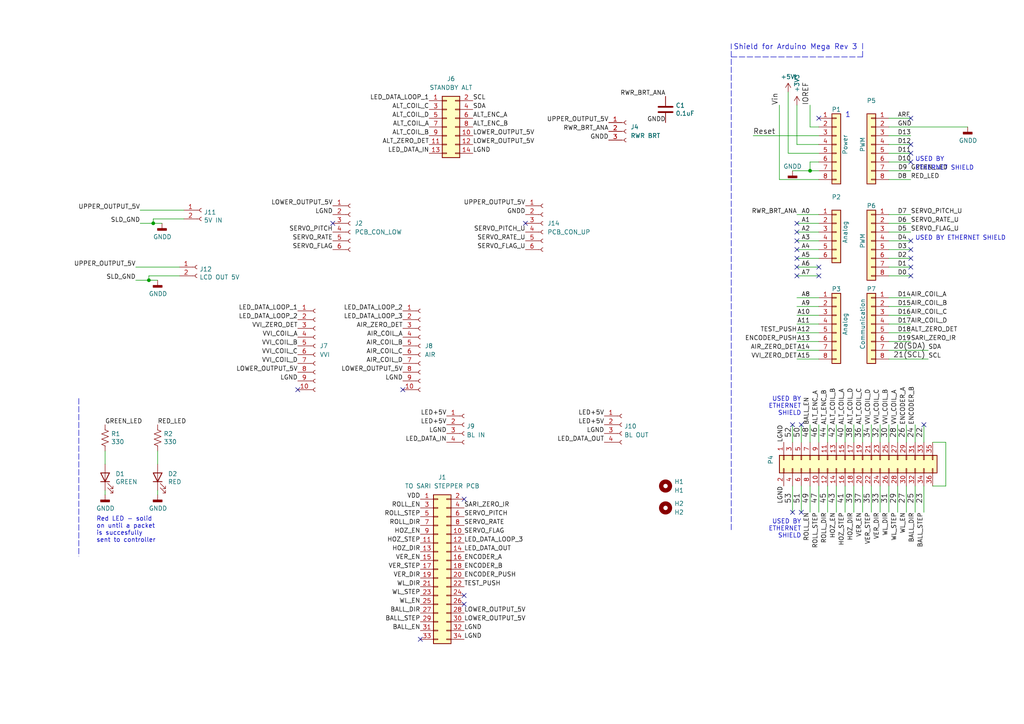
<source format=kicad_sch>
(kicad_sch (version 20211123) (generator eeschema)
  (paper "A4")
  (title_block (date "mar. 31 mars 2015"))
  (lib_symbols
    (symbol "APU Panel PCB V2:Connector_Conn_01x04_Female" (pin_names (offset 1.016) hide)
      (property "Reference" "J" (at 0 5.08 0))
      (property "Value" "Connector_Conn_01x04_Female" (at 0 -7.62 0))
      (symbol "Connector_Conn_01x04_Female_1_1"
        (arc (start 0 -4.572) (mid -0.508 -5.08) (end 0 -5.588) (stroke (width 0.1524)))
        (arc (start 0 -2.032) (mid -0.508 -2.54) (end 0 -3.048) (stroke (width 0.1524)))
        (polyline (pts (xy -1.27 -5.08) (xy -0.508 -5.08)) (stroke (width 0.1524)))
        (polyline (pts (xy -1.27 -2.54) (xy -0.508 -2.54)) (stroke (width 0.1524)))
        (polyline (pts (xy -1.27 0) (xy -0.508 0)) (stroke (width 0.1524)))
        (polyline (pts (xy -1.27 2.54) (xy -0.508 2.54)) (stroke (width 0.1524)))
        (arc (start 0 0.508) (mid -0.508 0) (end 0 -0.508) (stroke (width 0.1524)))
        (arc (start 0 3.048) (mid -0.508 2.54) (end 0 2.032) (stroke (width 0.1524)))
        (pin passive line (at -5.08 2.54 0) (length 3.81) (name "Pin_1") (number "1"))
        (pin passive line (at -5.08 0 0) (length 3.81) (name "Pin_2") (number "2"))
        (pin passive line (at -5.08 -2.54 0) (length 3.81) (name "Pin_3") (number "3"))
        (pin passive line (at -5.08 -5.08 0) (length 3.81) (name "Pin_4") (number "4"))
      )
    )
    (symbol "Connector:Conn_01x02_Female" (pin_names (offset 1.016) hide)
      (property "Reference" "J" (at 0 2.54 0))
      (property "Value" "Conn_01x02_Female" (at 0 -5.08 0))
      (symbol "Conn_01x02_Female_1_1"
        (arc (start 0 -2.032) (mid -0.508 -2.54) (end 0 -3.048) (stroke (width 0.1524)))
        (polyline (pts (xy -1.27 -2.54) (xy -0.508 -2.54)) (stroke (width 0.1524)))
        (polyline (pts (xy -1.27 0) (xy -0.508 0)) (stroke (width 0.1524)))
        (arc (start 0 0.508) (mid -0.508 0) (end 0 -0.508) (stroke (width 0.1524)))
        (pin passive line (at -5.08 0 0) (length 3.81) (name "Pin_1") (number "1"))
        (pin passive line (at -5.08 -2.54 0) (length 3.81) (name "Pin_2") (number "2"))
      )
    )
    (symbol "Connector:Conn_01x06_Female" (pin_names (offset 1.016) hide)
      (property "Reference" "J" (at 0 7.62 0))
      (property "Value" "Conn_01x06_Female" (at 0 -10.16 0))
      (symbol "Conn_01x06_Female_1_1"
        (arc (start 0 -7.112) (mid -0.508 -7.62) (end 0 -8.128) (stroke (width 0.1524)))
        (arc (start 0 -4.572) (mid -0.508 -5.08) (end 0 -5.588) (stroke (width 0.1524)))
        (arc (start 0 -2.032) (mid -0.508 -2.54) (end 0 -3.048) (stroke (width 0.1524)))
        (polyline (pts (xy -1.27 -7.62) (xy -0.508 -7.62)) (stroke (width 0.1524)))
        (polyline (pts (xy -1.27 -5.08) (xy -0.508 -5.08)) (stroke (width 0.1524)))
        (polyline (pts (xy -1.27 -2.54) (xy -0.508 -2.54)) (stroke (width 0.1524)))
        (polyline (pts (xy -1.27 0) (xy -0.508 0)) (stroke (width 0.1524)))
        (polyline (pts (xy -1.27 2.54) (xy -0.508 2.54)) (stroke (width 0.1524)))
        (polyline (pts (xy -1.27 5.08) (xy -0.508 5.08)) (stroke (width 0.1524)))
        (arc (start 0 0.508) (mid -0.508 0) (end 0 -0.508) (stroke (width 0.1524)))
        (arc (start 0 3.048) (mid -0.508 2.54) (end 0 2.032) (stroke (width 0.1524)))
        (arc (start 0 5.588) (mid -0.508 5.08) (end 0 4.572) (stroke (width 0.1524)))
        (pin passive line (at -5.08 5.08 0) (length 3.81) (name "Pin_1") (number "1"))
        (pin passive line (at -5.08 2.54 0) (length 3.81) (name "Pin_2") (number "2"))
        (pin passive line (at -5.08 0 0) (length 3.81) (name "Pin_3") (number "3"))
        (pin passive line (at -5.08 -2.54 0) (length 3.81) (name "Pin_4") (number "4"))
        (pin passive line (at -5.08 -5.08 0) (length 3.81) (name "Pin_5") (number "5"))
        (pin passive line (at -5.08 -7.62 0) (length 3.81) (name "Pin_6") (number "6"))
      )
    )
    (symbol "Connector:Conn_01x10_Female" (pin_names (offset 1.016) hide)
      (property "Reference" "J" (at 0 12.7 0))
      (property "Value" "Conn_01x10_Female" (at 0 -15.24 0))
      (symbol "Conn_01x10_Female_1_1"
        (arc (start 0 -12.192) (mid -0.508 -12.7) (end 0 -13.208) (stroke (width 0.1524)))
        (arc (start 0 -9.652) (mid -0.508 -10.16) (end 0 -10.668) (stroke (width 0.1524)))
        (arc (start 0 -7.112) (mid -0.508 -7.62) (end 0 -8.128) (stroke (width 0.1524)))
        (arc (start 0 -4.572) (mid -0.508 -5.08) (end 0 -5.588) (stroke (width 0.1524)))
        (arc (start 0 -2.032) (mid -0.508 -2.54) (end 0 -3.048) (stroke (width 0.1524)))
        (polyline (pts (xy -1.27 -12.7) (xy -0.508 -12.7)) (stroke (width 0.1524)))
        (polyline (pts (xy -1.27 -10.16) (xy -0.508 -10.16)) (stroke (width 0.1524)))
        (polyline (pts (xy -1.27 -7.62) (xy -0.508 -7.62)) (stroke (width 0.1524)))
        (polyline (pts (xy -1.27 -5.08) (xy -0.508 -5.08)) (stroke (width 0.1524)))
        (polyline (pts (xy -1.27 -2.54) (xy -0.508 -2.54)) (stroke (width 0.1524)))
        (polyline (pts (xy -1.27 0) (xy -0.508 0)) (stroke (width 0.1524)))
        (polyline (pts (xy -1.27 2.54) (xy -0.508 2.54)) (stroke (width 0.1524)))
        (polyline (pts (xy -1.27 5.08) (xy -0.508 5.08)) (stroke (width 0.1524)))
        (polyline (pts (xy -1.27 7.62) (xy -0.508 7.62)) (stroke (width 0.1524)))
        (polyline (pts (xy -1.27 10.16) (xy -0.508 10.16)) (stroke (width 0.1524)))
        (arc (start 0 0.508) (mid -0.508 0) (end 0 -0.508) (stroke (width 0.1524)))
        (arc (start 0 3.048) (mid -0.508 2.54) (end 0 2.032) (stroke (width 0.1524)))
        (arc (start 0 5.588) (mid -0.508 5.08) (end 0 4.572) (stroke (width 0.1524)))
        (arc (start 0 8.128) (mid -0.508 7.62) (end 0 7.112) (stroke (width 0.1524)))
        (arc (start 0 10.668) (mid -0.508 10.16) (end 0 9.652) (stroke (width 0.1524)))
        (pin passive line (at -5.08 10.16 0) (length 3.81) (name "Pin_1") (number "1"))
        (pin passive line (at -5.08 -12.7 0) (length 3.81) (name "Pin_10") (number "10"))
        (pin passive line (at -5.08 7.62 0) (length 3.81) (name "Pin_2") (number "2"))
        (pin passive line (at -5.08 5.08 0) (length 3.81) (name "Pin_3") (number "3"))
        (pin passive line (at -5.08 2.54 0) (length 3.81) (name "Pin_4") (number "4"))
        (pin passive line (at -5.08 0 0) (length 3.81) (name "Pin_5") (number "5"))
        (pin passive line (at -5.08 -2.54 0) (length 3.81) (name "Pin_6") (number "6"))
        (pin passive line (at -5.08 -5.08 0) (length 3.81) (name "Pin_7") (number "7"))
        (pin passive line (at -5.08 -7.62 0) (length 3.81) (name "Pin_8") (number "8"))
        (pin passive line (at -5.08 -10.16 0) (length 3.81) (name "Pin_9") (number "9"))
      )
    )
    (symbol "Connector_Generic:Conn_01x06" (pin_names (offset 1.016) hide)
      (property "Reference" "J" (at 0 7.62 0))
      (property "Value" "Conn_01x06" (at 0 -10.16 0))
      (symbol "Conn_01x06_1_1"
        (rectangle (start -1.27 -7.493) (end 0 -7.747) (stroke (width 0.1524)))
        (rectangle (start -1.27 -4.953) (end 0 -5.207) (stroke (width 0.1524)))
        (rectangle (start -1.27 -2.413) (end 0 -2.667) (stroke (width 0.1524)))
        (rectangle (start -1.27 0.127) (end 0 -0.127) (stroke (width 0.1524)))
        (rectangle (start -1.27 2.667) (end 0 2.413) (stroke (width 0.1524)))
        (rectangle (start -1.27 5.207) (end 0 4.953) (stroke (width 0.1524)))
        (rectangle (start -1.27 6.35) (end 1.27 -8.89) (stroke (width 0.254)) (fill (type background)))
        (pin passive line (at -5.08 5.08 0) (length 3.81) (name "Pin_1") (number "1"))
        (pin passive line (at -5.08 2.54 0) (length 3.81) (name "Pin_2") (number "2"))
        (pin passive line (at -5.08 0 0) (length 3.81) (name "Pin_3") (number "3"))
        (pin passive line (at -5.08 -2.54 0) (length 3.81) (name "Pin_4") (number "4"))
        (pin passive line (at -5.08 -5.08 0) (length 3.81) (name "Pin_5") (number "5"))
        (pin passive line (at -5.08 -7.62 0) (length 3.81) (name "Pin_6") (number "6"))
      )
    )
    (symbol "Connector_Generic:Conn_01x08" (pin_names (offset 1.016) hide)
      (property "Reference" "J" (at 0 10.16 0))
      (property "Value" "Conn_01x08" (at 0 -12.7 0))
      (symbol "Conn_01x08_1_1"
        (rectangle (start -1.27 -10.033) (end 0 -10.287) (stroke (width 0.1524)))
        (rectangle (start -1.27 -7.493) (end 0 -7.747) (stroke (width 0.1524)))
        (rectangle (start -1.27 -4.953) (end 0 -5.207) (stroke (width 0.1524)))
        (rectangle (start -1.27 -2.413) (end 0 -2.667) (stroke (width 0.1524)))
        (rectangle (start -1.27 0.127) (end 0 -0.127) (stroke (width 0.1524)))
        (rectangle (start -1.27 2.667) (end 0 2.413) (stroke (width 0.1524)))
        (rectangle (start -1.27 5.207) (end 0 4.953) (stroke (width 0.1524)))
        (rectangle (start -1.27 7.747) (end 0 7.493) (stroke (width 0.1524)))
        (rectangle (start -1.27 8.89) (end 1.27 -11.43) (stroke (width 0.254)) (fill (type background)))
        (pin passive line (at -5.08 7.62 0) (length 3.81) (name "Pin_1") (number "1"))
        (pin passive line (at -5.08 5.08 0) (length 3.81) (name "Pin_2") (number "2"))
        (pin passive line (at -5.08 2.54 0) (length 3.81) (name "Pin_3") (number "3"))
        (pin passive line (at -5.08 0 0) (length 3.81) (name "Pin_4") (number "4"))
        (pin passive line (at -5.08 -2.54 0) (length 3.81) (name "Pin_5") (number "5"))
        (pin passive line (at -5.08 -5.08 0) (length 3.81) (name "Pin_6") (number "6"))
        (pin passive line (at -5.08 -7.62 0) (length 3.81) (name "Pin_7") (number "7"))
        (pin passive line (at -5.08 -10.16 0) (length 3.81) (name "Pin_8") (number "8"))
      )
    )
    (symbol "Connector_Generic:Conn_02x17_Odd_Even" (pin_names (offset 1.016) hide)
      (property "Reference" "J" (at 1.27 22.86 0))
      (property "Value" "Conn_02x17_Odd_Even" (at 1.27 -22.86 0))
      (symbol "Conn_02x17_Odd_Even_1_1"
        (rectangle (start -1.27 -20.193) (end 0 -20.447) (stroke (width 0.1524)))
        (rectangle (start -1.27 -17.653) (end 0 -17.907) (stroke (width 0.1524)))
        (rectangle (start -1.27 -15.113) (end 0 -15.367) (stroke (width 0.1524)))
        (rectangle (start -1.27 -12.573) (end 0 -12.827) (stroke (width 0.1524)))
        (rectangle (start -1.27 -10.033) (end 0 -10.287) (stroke (width 0.1524)))
        (rectangle (start -1.27 -7.493) (end 0 -7.747) (stroke (width 0.1524)))
        (rectangle (start -1.27 -4.953) (end 0 -5.207) (stroke (width 0.1524)))
        (rectangle (start -1.27 -2.413) (end 0 -2.667) (stroke (width 0.1524)))
        (rectangle (start -1.27 0.127) (end 0 -0.127) (stroke (width 0.1524)))
        (rectangle (start -1.27 2.667) (end 0 2.413) (stroke (width 0.1524)))
        (rectangle (start -1.27 5.207) (end 0 4.953) (stroke (width 0.1524)))
        (rectangle (start -1.27 7.747) (end 0 7.493) (stroke (width 0.1524)))
        (rectangle (start -1.27 10.287) (end 0 10.033) (stroke (width 0.1524)))
        (rectangle (start -1.27 12.827) (end 0 12.573) (stroke (width 0.1524)))
        (rectangle (start -1.27 15.367) (end 0 15.113) (stroke (width 0.1524)))
        (rectangle (start -1.27 17.907) (end 0 17.653) (stroke (width 0.1524)))
        (rectangle (start -1.27 20.447) (end 0 20.193) (stroke (width 0.1524)))
        (rectangle (start -1.27 21.59) (end 3.81 -21.59) (stroke (width 0.254)) (fill (type background)))
        (rectangle (start 3.81 -20.193) (end 2.54 -20.447) (stroke (width 0.1524)))
        (rectangle (start 3.81 -17.653) (end 2.54 -17.907) (stroke (width 0.1524)))
        (rectangle (start 3.81 -15.113) (end 2.54 -15.367) (stroke (width 0.1524)))
        (rectangle (start 3.81 -12.573) (end 2.54 -12.827) (stroke (width 0.1524)))
        (rectangle (start 3.81 -10.033) (end 2.54 -10.287) (stroke (width 0.1524)))
        (rectangle (start 3.81 -7.493) (end 2.54 -7.747) (stroke (width 0.1524)))
        (rectangle (start 3.81 -4.953) (end 2.54 -5.207) (stroke (width 0.1524)))
        (rectangle (start 3.81 -2.413) (end 2.54 -2.667) (stroke (width 0.1524)))
        (rectangle (start 3.81 0.127) (end 2.54 -0.127) (stroke (width 0.1524)))
        (rectangle (start 3.81 2.667) (end 2.54 2.413) (stroke (width 0.1524)))
        (rectangle (start 3.81 5.207) (end 2.54 4.953) (stroke (width 0.1524)))
        (rectangle (start 3.81 7.747) (end 2.54 7.493) (stroke (width 0.1524)))
        (rectangle (start 3.81 10.287) (end 2.54 10.033) (stroke (width 0.1524)))
        (rectangle (start 3.81 12.827) (end 2.54 12.573) (stroke (width 0.1524)))
        (rectangle (start 3.81 15.367) (end 2.54 15.113) (stroke (width 0.1524)))
        (rectangle (start 3.81 17.907) (end 2.54 17.653) (stroke (width 0.1524)))
        (rectangle (start 3.81 20.447) (end 2.54 20.193) (stroke (width 0.1524)))
        (pin passive line (at -5.08 20.32 0) (length 3.81) (name "Pin_1") (number "1"))
        (pin passive line (at 7.62 10.16 180) (length 3.81) (name "Pin_10") (number "10"))
        (pin passive line (at -5.08 7.62 0) (length 3.81) (name "Pin_11") (number "11"))
        (pin passive line (at 7.62 7.62 180) (length 3.81) (name "Pin_12") (number "12"))
        (pin passive line (at -5.08 5.08 0) (length 3.81) (name "Pin_13") (number "13"))
        (pin passive line (at 7.62 5.08 180) (length 3.81) (name "Pin_14") (number "14"))
        (pin passive line (at -5.08 2.54 0) (length 3.81) (name "Pin_15") (number "15"))
        (pin passive line (at 7.62 2.54 180) (length 3.81) (name "Pin_16") (number "16"))
        (pin passive line (at -5.08 0 0) (length 3.81) (name "Pin_17") (number "17"))
        (pin passive line (at 7.62 0 180) (length 3.81) (name "Pin_18") (number "18"))
        (pin passive line (at -5.08 -2.54 0) (length 3.81) (name "Pin_19") (number "19"))
        (pin passive line (at 7.62 20.32 180) (length 3.81) (name "Pin_2") (number "2"))
        (pin passive line (at 7.62 -2.54 180) (length 3.81) (name "Pin_20") (number "20"))
        (pin passive line (at -5.08 -5.08 0) (length 3.81) (name "Pin_21") (number "21"))
        (pin passive line (at 7.62 -5.08 180) (length 3.81) (name "Pin_22") (number "22"))
        (pin passive line (at -5.08 -7.62 0) (length 3.81) (name "Pin_23") (number "23"))
        (pin passive line (at 7.62 -7.62 180) (length 3.81) (name "Pin_24") (number "24"))
        (pin passive line (at -5.08 -10.16 0) (length 3.81) (name "Pin_25") (number "25"))
        (pin passive line (at 7.62 -10.16 180) (length 3.81) (name "Pin_26") (number "26"))
        (pin passive line (at -5.08 -12.7 0) (length 3.81) (name "Pin_27") (number "27"))
        (pin passive line (at 7.62 -12.7 180) (length 3.81) (name "Pin_28") (number "28"))
        (pin passive line (at -5.08 -15.24 0) (length 3.81) (name "Pin_29") (number "29"))
        (pin passive line (at -5.08 17.78 0) (length 3.81) (name "Pin_3") (number "3"))
        (pin passive line (at 7.62 -15.24 180) (length 3.81) (name "Pin_30") (number "30"))
        (pin passive line (at -5.08 -17.78 0) (length 3.81) (name "Pin_31") (number "31"))
        (pin passive line (at 7.62 -17.78 180) (length 3.81) (name "Pin_32") (number "32"))
        (pin passive line (at -5.08 -20.32 0) (length 3.81) (name "Pin_33") (number "33"))
        (pin passive line (at 7.62 -20.32 180) (length 3.81) (name "Pin_34") (number "34"))
        (pin passive line (at 7.62 17.78 180) (length 3.81) (name "Pin_4") (number "4"))
        (pin passive line (at -5.08 15.24 0) (length 3.81) (name "Pin_5") (number "5"))
        (pin passive line (at 7.62 15.24 180) (length 3.81) (name "Pin_6") (number "6"))
        (pin passive line (at -5.08 12.7 0) (length 3.81) (name "Pin_7") (number "7"))
        (pin passive line (at 7.62 12.7 180) (length 3.81) (name "Pin_8") (number "8"))
        (pin passive line (at -5.08 10.16 0) (length 3.81) (name "Pin_9") (number "9"))
      )
    )
    (symbol "Connector_Generic:Conn_02x18_Odd_Even" (pin_names (offset 1.016) hide)
      (property "Reference" "J" (at 1.27 22.86 0))
      (property "Value" "Conn_02x18_Odd_Even" (at 1.27 -25.4 0))
      (symbol "Conn_02x18_Odd_Even_1_1"
        (rectangle (start -1.27 -22.733) (end 0 -22.987) (stroke (width 0.1524)))
        (rectangle (start -1.27 -20.193) (end 0 -20.447) (stroke (width 0.1524)))
        (rectangle (start -1.27 -17.653) (end 0 -17.907) (stroke (width 0.1524)))
        (rectangle (start -1.27 -15.113) (end 0 -15.367) (stroke (width 0.1524)))
        (rectangle (start -1.27 -12.573) (end 0 -12.827) (stroke (width 0.1524)))
        (rectangle (start -1.27 -10.033) (end 0 -10.287) (stroke (width 0.1524)))
        (rectangle (start -1.27 -7.493) (end 0 -7.747) (stroke (width 0.1524)))
        (rectangle (start -1.27 -4.953) (end 0 -5.207) (stroke (width 0.1524)))
        (rectangle (start -1.27 -2.413) (end 0 -2.667) (stroke (width 0.1524)))
        (rectangle (start -1.27 0.127) (end 0 -0.127) (stroke (width 0.1524)))
        (rectangle (start -1.27 2.667) (end 0 2.413) (stroke (width 0.1524)))
        (rectangle (start -1.27 5.207) (end 0 4.953) (stroke (width 0.1524)))
        (rectangle (start -1.27 7.747) (end 0 7.493) (stroke (width 0.1524)))
        (rectangle (start -1.27 10.287) (end 0 10.033) (stroke (width 0.1524)))
        (rectangle (start -1.27 12.827) (end 0 12.573) (stroke (width 0.1524)))
        (rectangle (start -1.27 15.367) (end 0 15.113) (stroke (width 0.1524)))
        (rectangle (start -1.27 17.907) (end 0 17.653) (stroke (width 0.1524)))
        (rectangle (start -1.27 20.447) (end 0 20.193) (stroke (width 0.1524)))
        (rectangle (start -1.27 21.59) (end 3.81 -24.13) (stroke (width 0.254)) (fill (type background)))
        (rectangle (start 3.81 -22.733) (end 2.54 -22.987) (stroke (width 0.1524)))
        (rectangle (start 3.81 -20.193) (end 2.54 -20.447) (stroke (width 0.1524)))
        (rectangle (start 3.81 -17.653) (end 2.54 -17.907) (stroke (width 0.1524)))
        (rectangle (start 3.81 -15.113) (end 2.54 -15.367) (stroke (width 0.1524)))
        (rectangle (start 3.81 -12.573) (end 2.54 -12.827) (stroke (width 0.1524)))
        (rectangle (start 3.81 -10.033) (end 2.54 -10.287) (stroke (width 0.1524)))
        (rectangle (start 3.81 -7.493) (end 2.54 -7.747) (stroke (width 0.1524)))
        (rectangle (start 3.81 -4.953) (end 2.54 -5.207) (stroke (width 0.1524)))
        (rectangle (start 3.81 -2.413) (end 2.54 -2.667) (stroke (width 0.1524)))
        (rectangle (start 3.81 0.127) (end 2.54 -0.127) (stroke (width 0.1524)))
        (rectangle (start 3.81 2.667) (end 2.54 2.413) (stroke (width 0.1524)))
        (rectangle (start 3.81 5.207) (end 2.54 4.953) (stroke (width 0.1524)))
        (rectangle (start 3.81 7.747) (end 2.54 7.493) (stroke (width 0.1524)))
        (rectangle (start 3.81 10.287) (end 2.54 10.033) (stroke (width 0.1524)))
        (rectangle (start 3.81 12.827) (end 2.54 12.573) (stroke (width 0.1524)))
        (rectangle (start 3.81 15.367) (end 2.54 15.113) (stroke (width 0.1524)))
        (rectangle (start 3.81 17.907) (end 2.54 17.653) (stroke (width 0.1524)))
        (rectangle (start 3.81 20.447) (end 2.54 20.193) (stroke (width 0.1524)))
        (pin passive line (at -5.08 20.32 0) (length 3.81) (name "Pin_1") (number "1"))
        (pin passive line (at 7.62 10.16 180) (length 3.81) (name "Pin_10") (number "10"))
        (pin passive line (at -5.08 7.62 0) (length 3.81) (name "Pin_11") (number "11"))
        (pin passive line (at 7.62 7.62 180) (length 3.81) (name "Pin_12") (number "12"))
        (pin passive line (at -5.08 5.08 0) (length 3.81) (name "Pin_13") (number "13"))
        (pin passive line (at 7.62 5.08 180) (length 3.81) (name "Pin_14") (number "14"))
        (pin passive line (at -5.08 2.54 0) (length 3.81) (name "Pin_15") (number "15"))
        (pin passive line (at 7.62 2.54 180) (length 3.81) (name "Pin_16") (number "16"))
        (pin passive line (at -5.08 0 0) (length 3.81) (name "Pin_17") (number "17"))
        (pin passive line (at 7.62 0 180) (length 3.81) (name "Pin_18") (number "18"))
        (pin passive line (at -5.08 -2.54 0) (length 3.81) (name "Pin_19") (number "19"))
        (pin passive line (at 7.62 20.32 180) (length 3.81) (name "Pin_2") (number "2"))
        (pin passive line (at 7.62 -2.54 180) (length 3.81) (name "Pin_20") (number "20"))
        (pin passive line (at -5.08 -5.08 0) (length 3.81) (name "Pin_21") (number "21"))
        (pin passive line (at 7.62 -5.08 180) (length 3.81) (name "Pin_22") (number "22"))
        (pin passive line (at -5.08 -7.62 0) (length 3.81) (name "Pin_23") (number "23"))
        (pin passive line (at 7.62 -7.62 180) (length 3.81) (name "Pin_24") (number "24"))
        (pin passive line (at -5.08 -10.16 0) (length 3.81) (name "Pin_25") (number "25"))
        (pin passive line (at 7.62 -10.16 180) (length 3.81) (name "Pin_26") (number "26"))
        (pin passive line (at -5.08 -12.7 0) (length 3.81) (name "Pin_27") (number "27"))
        (pin passive line (at 7.62 -12.7 180) (length 3.81) (name "Pin_28") (number "28"))
        (pin passive line (at -5.08 -15.24 0) (length 3.81) (name "Pin_29") (number "29"))
        (pin passive line (at -5.08 17.78 0) (length 3.81) (name "Pin_3") (number "3"))
        (pin passive line (at 7.62 -15.24 180) (length 3.81) (name "Pin_30") (number "30"))
        (pin passive line (at -5.08 -17.78 0) (length 3.81) (name "Pin_31") (number "31"))
        (pin passive line (at 7.62 -17.78 180) (length 3.81) (name "Pin_32") (number "32"))
        (pin passive line (at -5.08 -20.32 0) (length 3.81) (name "Pin_33") (number "33"))
        (pin passive line (at 7.62 -20.32 180) (length 3.81) (name "Pin_34") (number "34"))
        (pin passive line (at -5.08 -22.86 0) (length 3.81) (name "Pin_35") (number "35"))
        (pin passive line (at 7.62 -22.86 180) (length 3.81) (name "Pin_36") (number "36"))
        (pin passive line (at 7.62 17.78 180) (length 3.81) (name "Pin_4") (number "4"))
        (pin passive line (at -5.08 15.24 0) (length 3.81) (name "Pin_5") (number "5"))
        (pin passive line (at 7.62 15.24 180) (length 3.81) (name "Pin_6") (number "6"))
        (pin passive line (at -5.08 12.7 0) (length 3.81) (name "Pin_7") (number "7"))
        (pin passive line (at 7.62 12.7 180) (length 3.81) (name "Pin_8") (number "8"))
        (pin passive line (at -5.08 10.16 0) (length 3.81) (name "Pin_9") (number "9"))
      )
    )
    (symbol "Device:C" (pin_numbers hide) (pin_names (offset 0.254))
      (property "Reference" "C" (at 0.635 2.54 0))
      (property "Value" "C" (at 0.635 -2.54 0))
      (symbol "C_0_1"
        (polyline (pts (xy -2.032 -0.762) (xy 2.032 -0.762)) (stroke (width 0.508)))
        (polyline (pts (xy -2.032 0.762) (xy 2.032 0.762)) (stroke (width 0.508)))
      )
      (symbol "C_1_1"
        (pin passive line (at 0 3.81 270) (length 2.794) (name "~") (number "1"))
        (pin passive line (at 0 -3.81 90) (length 2.794) (name "~") (number "2"))
      )
    )
    (symbol "Device:LED" (pin_numbers hide) (pin_names (offset 1.016) hide)
      (property "Reference" "D" (at 0 2.54 0))
      (property "Value" "LED" (at 0 -2.54 0))
      (symbol "LED_0_1"
        (polyline (pts (xy -1.27 -1.27) (xy -1.27 1.27)) (stroke (width 0.254)))
        (polyline (pts (xy -1.27 0) (xy 1.27 0)))
        (polyline (pts (xy 1.27 -1.27) (xy 1.27 1.27) (xy -1.27 0) (xy 1.27 -1.27)) (stroke (width 0.254)))
        (polyline (pts (xy -3.048 -0.762) (xy -4.572 -2.286) (xy -3.81 -2.286) (xy -4.572 -2.286) (xy -4.572 -1.524)))
        (polyline (pts (xy -1.778 -0.762) (xy -3.302 -2.286) (xy -2.54 -2.286) (xy -3.302 -2.286) (xy -3.302 -1.524)))
      )
      (symbol "LED_1_1"
        (pin passive line (at -3.81 0 0) (length 2.54) (name "K") (number "1"))
        (pin passive line (at 3.81 0 180) (length 2.54) (name "A") (number "2"))
      )
    )
    (symbol "Device:R_US" (pin_numbers hide) (pin_names (offset 0))
      (property "Reference" "R" (at 2.54 0 90))
      (property "Value" "R_US" (at -2.54 0 90))
      (symbol "R_US_0_1"
        (polyline (pts (xy 0 -2.286) (xy 0 -2.54)))
        (polyline (pts (xy 0 2.286) (xy 0 2.54)))
        (polyline (pts (xy 0 -0.762) (xy 1.016 -1.143) (xy 0 -1.524) (xy -1.016 -1.905) (xy 0 -2.286)))
        (polyline (pts (xy 0 0.762) (xy 1.016 0.381) (xy 0 0) (xy -1.016 -0.381) (xy 0 -0.762)))
        (polyline (pts (xy 0 2.286) (xy 1.016 1.905) (xy 0 1.524) (xy -1.016 1.143) (xy 0 0.762)))
      )
      (symbol "R_US_1_1"
        (pin passive line (at 0 3.81 270) (length 1.27) (name "~") (number "1"))
        (pin passive line (at 0 -3.81 90) (length 1.27) (name "~") (number "2"))
      )
    )
    (symbol "Mechanical:MountingHole" (pin_names (offset 1.016))
      (property "Reference" "H" (at 0 5.08 0))
      (property "Value" "MountingHole" (at 0 3.175 0))
      (symbol "MountingHole_0_1"
        (circle (center 0 0) (radius 1.27) (stroke (width 1.27)))
      )
    )
    (symbol "OH - Left Console - 7 - Communication Panel-cache:Connector_Conn_01x03_Female" (pin_names (offset 1.016) hide)
      (property "Reference" "J" (at 0 5.08 0))
      (property "Value" "Connector_Conn_01x03_Female" (at 0 -5.08 0))
      (symbol "Connector_Conn_01x03_Female_1_1"
        (arc (start 0 -2.032) (mid -0.508 -2.54) (end 0 -3.048) (stroke (width 0.1524)))
        (polyline (pts (xy -1.27 -2.54) (xy -0.508 -2.54)) (stroke (width 0.1524)))
        (polyline (pts (xy -1.27 0) (xy -0.508 0)) (stroke (width 0.1524)))
        (polyline (pts (xy -1.27 2.54) (xy -0.508 2.54)) (stroke (width 0.1524)))
        (arc (start 0 0.508) (mid -0.508 0) (end 0 -0.508) (stroke (width 0.1524)))
        (arc (start 0 3.048) (mid -0.508 2.54) (end 0 2.032) (stroke (width 0.1524)))
        (pin passive line (at -5.08 2.54 0) (length 3.81) (name "Pin_1") (number "1"))
        (pin passive line (at -5.08 0 0) (length 3.81) (name "Pin_2") (number "2"))
        (pin passive line (at -5.08 -2.54 0) (length 3.81) (name "Pin_3") (number "3"))
      )
    )
    (symbol "power:+3V3" (power) (pin_names (offset 0))
      (property "Value" "+3V3" (at 0 3.556 0))
      (symbol "+3V3_0_1"
        (polyline (pts (xy -0.762 1.27) (xy 0 2.54)))
        (polyline (pts (xy 0 0) (xy 0 2.54)))
        (polyline (pts (xy 0 2.54) (xy 0.762 1.27)))
      )
      (symbol "+3V3_1_1"
        (pin power_in line (at 0 0 90) (length 0) hide (name "+3V3") (number "1"))
      )
    )
    (symbol "power:+5VL" (power) (pin_names (offset 0))
      (property "Value" "+5VL" (at 0 3.556 0))
      (symbol "+5VL_0_1"
        (polyline (pts (xy -0.762 1.27) (xy 0 2.54)))
        (polyline (pts (xy 0 0) (xy 0 2.54)))
        (polyline (pts (xy 0 2.54) (xy 0.762 1.27)))
      )
      (symbol "+5VL_1_1"
        (pin power_in line (at 0 0 90) (length 0) hide (name "+5VL") (number "1"))
      )
    )
    (symbol "power:GNDD" (power) (pin_names (offset 0))
      (property "Value" "GNDD" (at 0 -3.175 0))
      (symbol "GNDD_0_1"
        (rectangle (start -1.27 -1.524) (end 1.27 -2.032) (stroke (width 0.254)) (fill (type outline)))
        (polyline (pts (xy 0 0) (xy 0 -1.524)))
      )
      (symbol "GNDD_1_1"
        (pin power_in line (at 0 0 270) (length 0) hide (name "GNDD") (number "1"))
      )
    )
    (symbol "standby_altimeter-cache:Connector_Generic_Conn_02x07_Odd_Even" (pin_names (offset 1.016) hide)
      (property "Reference" "J" (at 1.27 10.16 0))
      (property "Value" "Connector_Generic_Conn_02x07_Odd_Even" (at 1.27 -10.16 0))
      (symbol "Connector_Generic_Conn_02x07_Odd_Even_1_1"
        (rectangle (start -1.27 -7.493) (end 0 -7.747) (stroke (width 0.1524)))
        (rectangle (start -1.27 -4.953) (end 0 -5.207) (stroke (width 0.1524)))
        (rectangle (start -1.27 -2.413) (end 0 -2.667) (stroke (width 0.1524)))
        (rectangle (start -1.27 0.127) (end 0 -0.127) (stroke (width 0.1524)))
        (rectangle (start -1.27 2.667) (end 0 2.413) (stroke (width 0.1524)))
        (rectangle (start -1.27 5.207) (end 0 4.953) (stroke (width 0.1524)))
        (rectangle (start -1.27 7.747) (end 0 7.493) (stroke (width 0.1524)))
        (rectangle (start -1.27 8.89) (end 3.81 -8.89) (stroke (width 0.254)) (fill (type background)))
        (rectangle (start 3.81 -7.493) (end 2.54 -7.747) (stroke (width 0.1524)))
        (rectangle (start 3.81 -4.953) (end 2.54 -5.207) (stroke (width 0.1524)))
        (rectangle (start 3.81 -2.413) (end 2.54 -2.667) (stroke (width 0.1524)))
        (rectangle (start 3.81 0.127) (end 2.54 -0.127) (stroke (width 0.1524)))
        (rectangle (start 3.81 2.667) (end 2.54 2.413) (stroke (width 0.1524)))
        (rectangle (start 3.81 5.207) (end 2.54 4.953) (stroke (width 0.1524)))
        (rectangle (start 3.81 7.747) (end 2.54 7.493) (stroke (width 0.1524)))
        (pin passive line (at -5.08 7.62 0) (length 3.81) (name "Pin_1") (number "1"))
        (pin passive line (at 7.62 -2.54 180) (length 3.81) (name "Pin_10") (number "10"))
        (pin passive line (at -5.08 -5.08 0) (length 3.81) (name "Pin_11") (number "11"))
        (pin passive line (at 7.62 -5.08 180) (length 3.81) (name "Pin_12") (number "12"))
        (pin passive line (at -5.08 -7.62 0) (length 3.81) (name "Pin_13") (number "13"))
        (pin passive line (at 7.62 -7.62 180) (length 3.81) (name "Pin_14") (number "14"))
        (pin passive line (at 7.62 7.62 180) (length 3.81) (name "Pin_2") (number "2"))
        (pin passive line (at -5.08 5.08 0) (length 3.81) (name "Pin_3") (number "3"))
        (pin passive line (at 7.62 5.08 180) (length 3.81) (name "Pin_4") (number "4"))
        (pin passive line (at -5.08 2.54 0) (length 3.81) (name "Pin_5") (number "5"))
        (pin passive line (at 7.62 2.54 180) (length 3.81) (name "Pin_6") (number "6"))
        (pin passive line (at -5.08 0 0) (length 3.81) (name "Pin_7") (number "7"))
        (pin passive line (at 7.62 0 180) (length 3.81) (name "Pin_8") (number "8"))
        (pin passive line (at -5.08 -2.54 0) (length 3.81) (name "Pin_9") (number "9"))
      )
    )
  )
  (junction (at 43.18 81.28))
  (junction (at 234.95 49.53))
  (junction (at 44.45 64.77))
  (no_connect (at 231.14 69.85))
  (no_connect (at 264.16 46.99))
  (no_connect (at 264.16 77.47))
  (no_connect (at 231.14 74.93))
  (no_connect (at 264.16 41.91))
  (no_connect (at 264.16 34.29))
  (no_connect (at 264.16 72.39))
  (no_connect (at 96.52 64.77))
  (no_connect (at 231.14 72.39))
  (no_connect (at 231.14 80.01))
  (no_connect (at 264.16 80.01))
  (no_connect (at 264.16 44.45))
  (no_connect (at 134.62 144.78))
  (no_connect (at 121.92 185.42))
  (no_connect (at 231.14 64.77))
  (no_connect (at 267.97 123.19))
  (no_connect (at 116.84 113.03))
  (no_connect (at 264.16 69.85))
  (no_connect (at 134.62 175.26))
  (no_connect (at 237.49 77.47))
  (no_connect (at 231.14 77.47))
  (no_connect (at 237.49 80.01))
  (no_connect (at 86.36 113.03))
  (no_connect (at 237.49 34.29))
  (no_connect (at 152.4 64.77))
  (no_connect (at 134.62 172.72))
  (no_connect (at 264.16 74.93))
  (no_connect (at 231.14 67.31))
  (no_connect (at 232.41 148.59))
  (no_connect (at 229.87 148.59))
  (no_connect (at 232.41 123.19))
  (no_connect (at 229.87 123.19))
  (wire (pts (xy 237.49 49.53) (xy 234.95 49.53)))
  (wire (pts (xy 39.37 77.47) (xy 52.07 77.47)))
  (wire (pts (xy 218.44 39.37) (xy 237.49 39.37)))
  (wire (pts (xy 228.6 26.67) (xy 228.6 44.45)))
  (wire (pts (xy 45.72 130.81) (xy 45.72 134.62)))
  (wire (pts (xy 257.81 39.37) (xy 264.16 39.37)))
  (wire (pts (xy 229.87 140.97) (xy 229.87 148.59)))
  (wire (pts (xy 240.03 128.27) (xy 240.03 123.19)))
  (wire (pts (xy 274.32 140.97) (xy 270.51 140.97)))
  (wire (pts (xy 257.81 104.14) (xy 269.24 104.14)))
  (wire (pts (xy 232.41 140.97) (xy 232.41 148.59)))
  (wire (pts (xy 260.35 128.27) (xy 260.35 123.19)))
  (wire (pts (xy 43.18 80.01) (xy 43.18 81.28)))
  (wire (pts (xy 264.16 72.39) (xy 257.81 72.39)))
  (wire (pts (xy 237.49 46.99) (xy 234.95 46.99)))
  (wire (pts (xy 274.32 128.27) (xy 274.32 140.97)))
  (wire (pts (xy 237.49 36.83) (xy 234.95 36.83)))
  (wire (pts (xy 257.81 91.44) (xy 264.16 91.44)))
  (wire (pts (xy 44.45 63.5) (xy 44.45 64.77)))
  (wire (pts (xy 53.34 63.5) (xy 44.45 63.5)))
  (wire (pts (xy 240.03 140.97) (xy 240.03 148.59)))
  (wire (pts (xy 237.49 96.52) (xy 231.14 96.52)))
  (wire (pts (xy 237.49 72.39) (xy 231.14 72.39)))
  (wire (pts (xy 237.49 88.9) (xy 231.14 88.9)))
  (wire (pts (xy 247.65 140.97) (xy 247.65 148.59)))
  (wire (pts (xy 265.43 140.97) (xy 265.43 148.59)))
  (wire (pts (xy 226.06 52.07) (xy 226.06 30.48)))
  (wire (pts (xy 257.81 44.45) (xy 264.16 44.45)))
  (wire (pts (xy 234.95 36.83) (xy 234.95 30.48)))
  (wire (pts (xy 237.49 62.23) (xy 231.14 62.23)))
  (wire (pts (xy 264.16 69.85) (xy 257.81 69.85)))
  (wire (pts (xy 231.14 41.91) (xy 237.49 41.91)))
  (wire (pts (xy 257.81 74.93) (xy 264.16 74.93)))
  (wire (pts (xy 237.49 99.06) (xy 231.14 99.06)))
  (wire (pts (xy 257.81 80.01) (xy 264.16 80.01)))
  (wire (pts (xy 237.49 93.98) (xy 231.14 93.98)))
  (wire (pts (xy 237.49 80.01) (xy 231.14 80.01)))
  (wire (pts (xy 43.18 81.28) (xy 45.72 81.28)))
  (wire (pts (xy 234.95 128.27) (xy 234.95 123.19)))
  (wire (pts (xy 245.11 128.27) (xy 245.11 123.19)))
  (polyline (pts (xy 212.09 153.67) (xy 212.09 12.7)))
  (polyline (pts (xy 250.19 16.51) (xy 250.19 12.065)))
  (wire (pts (xy 255.27 140.97) (xy 255.27 148.59)))
  (wire (pts (xy 257.81 128.27) (xy 257.81 123.19)))
  (wire (pts (xy 257.81 86.36) (xy 264.16 86.36)))
  (wire (pts (xy 262.89 128.27) (xy 262.89 123.19)))
  (wire (pts (xy 39.37 81.28) (xy 43.18 81.28)))
  (wire (pts (xy 44.45 64.77) (xy 46.99 64.77)))
  (polyline (pts (xy 212.09 16.51) (xy 250.19 16.51)))
  (wire (pts (xy 234.95 49.53) (xy 229.87 49.53)))
  (wire (pts (xy 237.49 128.27) (xy 237.49 123.19)))
  (wire (pts (xy 234.95 140.97) (xy 234.95 148.59)))
  (wire (pts (xy 237.49 101.6) (xy 231.14 101.6)))
  (wire (pts (xy 257.81 49.53) (xy 264.16 49.53)))
  (wire (pts (xy 45.72 142.24) (xy 45.72 143.51)))
  (wire (pts (xy 232.41 123.19) (xy 232.41 128.27)))
  (wire (pts (xy 252.73 128.27) (xy 252.73 123.19)))
  (wire (pts (xy 237.49 86.36) (xy 231.14 86.36)))
  (wire (pts (xy 245.11 140.97) (xy 245.11 148.59)))
  (wire (pts (xy 267.97 140.97) (xy 267.97 148.59)))
  (wire (pts (xy 257.81 46.99) (xy 264.16 46.99)))
  (wire (pts (xy 237.49 67.31) (xy 231.14 67.31)))
  (wire (pts (xy 237.49 77.47) (xy 231.14 77.47)))
  (wire (pts (xy 257.81 62.23) (xy 264.16 62.23)))
  (wire (pts (xy 231.14 30.48) (xy 231.14 41.91)))
  (wire (pts (xy 257.81 36.83) (xy 280.67 36.83)))
  (wire (pts (xy 237.49 74.93) (xy 231.14 74.93)))
  (wire (pts (xy 234.95 46.99) (xy 234.95 49.53)))
  (wire (pts (xy 30.48 142.24) (xy 30.48 143.51)))
  (wire (pts (xy 237.49 64.77) (xy 231.14 64.77)))
  (wire (pts (xy 242.57 128.27) (xy 242.57 123.19)))
  (wire (pts (xy 257.81 96.52) (xy 264.16 96.52)))
  (polyline (pts (xy 22.86 115.57) (xy 22.86 161.29)))
  (wire (pts (xy 237.49 140.97) (xy 237.49 148.59)))
  (wire (pts (xy 229.87 123.19) (xy 229.87 128.27)))
  (wire (pts (xy 269.24 101.6) (xy 257.81 101.6)))
  (wire (pts (xy 237.49 104.14) (xy 231.14 104.14)))
  (wire (pts (xy 274.32 128.27) (xy 270.51 128.27)))
  (wire (pts (xy 257.81 34.29) (xy 264.16 34.29)))
  (wire (pts (xy 262.89 140.97) (xy 262.89 148.59)))
  (wire (pts (xy 257.81 52.07) (xy 264.16 52.07)))
  (wire (pts (xy 255.27 128.27) (xy 255.27 123.19)))
  (wire (pts (xy 257.81 88.9) (xy 264.16 88.9)))
  (wire (pts (xy 30.48 130.81) (xy 30.48 134.62)))
  (wire (pts (xy 260.35 140.97) (xy 260.35 148.59)))
  (wire (pts (xy 40.64 60.96) (xy 53.34 60.96)))
  (wire (pts (xy 52.07 80.01) (xy 43.18 80.01)))
  (wire (pts (xy 265.43 128.27) (xy 265.43 123.19)))
  (wire (pts (xy 247.65 128.27) (xy 247.65 123.19)))
  (wire (pts (xy 257.81 93.98) (xy 264.16 93.98)))
  (wire (pts (xy 257.81 41.91) (xy 264.16 41.91)))
  (wire (pts (xy 250.19 140.97) (xy 250.19 148.59)))
  (wire (pts (xy 40.64 64.77) (xy 44.45 64.77)))
  (wire (pts (xy 257.81 77.47) (xy 264.16 77.47)))
  (wire (pts (xy 228.6 44.45) (xy 237.49 44.45)))
  (wire (pts (xy 257.81 99.06) (xy 264.16 99.06)))
  (wire (pts (xy 237.49 91.44) (xy 231.14 91.44)))
  (wire (pts (xy 252.73 140.97) (xy 252.73 148.59)))
  (wire (pts (xy 257.81 140.97) (xy 257.81 148.59)))
  (wire (pts (xy 257.81 64.77) (xy 264.16 64.77)))
  (wire (pts (xy 267.97 128.27) (xy 267.97 123.19)))
  (wire (pts (xy 237.49 69.85) (xy 231.14 69.85)))
  (wire (pts (xy 242.57 140.97) (xy 242.57 148.59)))
  (wire (pts (xy 237.49 52.07) (xy 226.06 52.07)))
  (wire (pts (xy 264.16 67.31) (xy 257.81 67.31)))
  (wire (pts (xy 250.19 128.27) (xy 250.19 123.19)))
  (text "Shield for Arduino Mega Rev 3" (at 212.725 14.605 0) (effects (font (size 1.524 1.524)) (justify left bottom)))
  (text "USED BY\nETHERNET\nSHIELD" (at 232.41 120.65 180) (effects (font (size 1.27 1.27)) (justify right bottom)))
  (text "ETHERNET SHIELD" (at 265.43 49.53 0) (effects (font (size 1.27 1.27)) (justify left bottom)))
  (text "USED BY ETHERNET SHIELD" (at 265.43 69.85 0) (effects (font (size 1.27 1.27)) (justify left bottom)))
  (text "Red LED - solid\non until a packet\nis succesfully \nsent to controller" (at 27.94 157.48 0) (effects (font (size 1.27 1.27)) (justify left bottom)))
  (text "USED BY\nETHERNET\nSHIELD" (at 232.41 156.21 180) (effects (font (size 1.27 1.27)) (justify right bottom)))
  (text "1" (at 245.11 34.29 0) (effects (font (size 1.524 1.524)) (justify left bottom)))
  (text "USED BY" (at 265.43 46.99 0) (effects (font (size 1.27 1.27)) (justify left bottom)))
  (label "VVI_COIL_A" (at 260.35 123.19 90))
  (label "WL_DIR" (at 257.81 148.59 270))
  (label "D0" (at 260.35 80.01 0))
  (label "ALT_COIL_C" (at 124.46 31.75 180))
  (label "A13" (at 234.95 99.06 180))
  (label "D2" (at 260.35 74.93 0))
  (label "VVI_COIL_B" (at 257.81 123.19 90))
  (label "SERVO_RATE_U" (at 264.16 64.77 0))
  (label "52" (at 229.87 126.9443 90) (effects (font (size 1.524 1.524))))
  (label "WL_EN" (at 262.89 148.59 270))
  (label "ALT_COIL_D" (at 247.65 123.19 90))
  (label "LED_DATA_LOOP_3" (at 116.84 92.71 180))
  (label "AIR_COIL_D" (at 116.84 105.41 180))
  (label "41" (at 245.11 146.05 90) (effects (font (size 1.524 1.524))))
  (label "32" (at 255.27 127 90) (effects (font (size 1.524 1.524))))
  (label "D4" (at 260.35 69.85 0))
  (label "UPPER_OUTPUT_5V" (at 176.53 35.56 180))
  (label "D11" (at 260.35 44.45 0))
  (label "GNDD" (at 152.4 62.23 180))
  (label "A14" (at 234.95 101.6 180))
  (label "WL_EN" (at 121.92 175.26 180))
  (label "VDD" (at 121.92 144.78 180))
  (label "LGND" (at 175.26 125.73 180))
  (label "D17" (at 260.35 93.98 0))
  (label "WL_STEP" (at 260.35 148.59 270))
  (label "D5" (at 260.35 67.31 0))
  (label "TEST_PUSH" (at 134.62 170.18 0))
  (label "40" (at 245.11 127 90) (effects (font (size 1.524 1.524))))
  (label "HOZ_STEP" (at 245.11 148.59 270))
  (label "LED+5V" (at 129.54 123.19 180))
  (label "ROLL_EN" (at 234.95 148.59 270))
  (label "LGND" (at 227.33 140.97 270))
  (label "GNDD" (at 193.04 35.56 180))
  (label "SERVO_FLAG_U" (at 264.16 67.31 0))
  (label "BALL_EN" (at 121.92 182.88 180))
  (label "Vin" (at 226.06 30.48 90) (effects (font (size 1.524 1.524))))
  (label "UPPER_OUTPUT_5V" (at 40.64 60.96 180))
  (label "IOREF" (at 234.95 30.48 90) (effects (font (size 1.524 1.524))))
  (label "LOWER_OUTPUT_5V" (at 134.62 177.8 0))
  (label "ROLL_DIR" (at 121.92 152.4 180))
  (label "A7" (at 234.95 80.01 180))
  (label "LGND" (at 129.54 125.73 180))
  (label "D19" (at 260.35 99.06 0))
  (label "44" (at 240.03 126.9443 90) (effects (font (size 1.524 1.524))))
  (label "ENCODER_B" (at 265.43 123.19 90))
  (label "WL_DIR" (at 121.92 170.18 180))
  (label "LED+5V" (at 129.54 120.65 180))
  (label "AIR_COIL_D" (at 264.16 93.98 0))
  (label "50" (at 232.41 126.9443 90) (effects (font (size 1.524 1.524))))
  (label "SARI_ZERO_IR" (at 264.16 99.06 0))
  (label "VVI_COIL_C" (at 255.27 123.19 90))
  (label "SARI_ZERO_IR" (at 134.62 147.32 0))
  (label "LOWER_OUTPUT_5V" (at 96.52 59.69 180))
  (label "D16" (at 260.35 91.44 0))
  (label "RED_LED" (at 264.16 52.07 0))
  (label "LED_DATA_LOOP_3" (at 134.62 157.48 0))
  (label "AIR_COIL_B" (at 116.84 100.33 180))
  (label "Reset" (at 218.44 39.37 0) (effects (font (size 1.524 1.524))))
  (label "UPPER_OUTPUT_5V" (at 39.37 77.47 180))
  (label "48" (at 234.95 126.9443 90) (effects (font (size 1.524 1.524))))
  (label "46" (at 237.49 126.9443 90) (effects (font (size 1.524 1.524))))
  (label "VER_DIR" (at 121.92 167.64 180))
  (label "A12" (at 234.95 96.52 180))
  (label "ENCODER_A" (at 134.62 162.56 0))
  (label "21(SCL)" (at 259.08 104.14 0) (effects (font (size 1.524 1.524))))
  (label "HOZ_DIR" (at 247.65 148.59 270))
  (label "20(SDA)" (at 259.08 101.6 0) (effects (font (size 1.524 1.524))))
  (label "D12" (at 260.35 41.91 0))
  (label "53" (at 229.87 146.05 90) (effects (font (size 1.524 1.524))))
  (label "UPPER_OUTPUT_5V" (at 152.4 59.69 180))
  (label "LGND" (at 96.52 62.23 180))
  (label "SERVO_FLAG" (at 96.52 72.39 180))
  (label "37" (at 250.19 146.05 90) (effects (font (size 1.524 1.524))))
  (label "HOZ_DIR" (at 121.92 160.02 180))
  (label "BALL_STEP" (at 267.97 148.59 270))
  (label "LED_DATA_LOOP_2" (at 116.84 90.17 180))
  (label "RED_LED" (at 45.72 123.19 0))
  (label "ALT_COIL_C" (at 250.19 123.19 90))
  (label "ALT_ENC_B" (at 137.16 36.83 0))
  (label "ROLL_STEP" (at 237.49 148.59 270))
  (label "LGND" (at 86.36 110.49 180))
  (label "GREEN_LED" (at 264.16 49.53 0))
  (label "LED_DATA_OUT" (at 175.26 128.27 180))
  (label "27" (at 262.89 146.05 90) (effects (font (size 1.524 1.524))))
  (label "39" (at 247.65 146.05 90) (effects (font (size 1.524 1.524))))
  (label "AIR_COIL_C" (at 116.84 102.87 180))
  (label "26" (at 262.89 127 90) (effects (font (size 1.524 1.524))))
  (label "ENCODER_B" (at 134.62 165.1 0))
  (label "D15" (at 260.35 88.9 0))
  (label "VVI_COIL_C" (at 86.36 102.87 180))
  (label "LGND" (at 227.33 128.27 90))
  (label "LOWER_OUTPUT_5V" (at 137.16 39.37 0))
  (label "A10" (at 234.95 91.44 180))
  (label "33" (at 255.27 146.05 90) (effects (font (size 1.524 1.524))))
  (label "D8" (at 260.35 52.07 0))
  (label "VVI_ZERO_DET" (at 86.36 95.25 180))
  (label "SERVO_PITCH" (at 134.62 149.86 0))
  (label "LGND" (at 137.16 44.45 0))
  (label "ALT_COIL_A" (at 245.11 123.19 90))
  (label "VVI_COIL_D" (at 252.73 123.19 90))
  (label "D9" (at 260.4525 49.53 0))
  (label "D18" (at 260.35 96.52 0))
  (label "LOWER_OUTPUT_5V" (at 86.36 107.95 180))
  (label "SCL" (at 269.24 104.14 0))
  (label "AIR_COIL_C" (at 264.16 91.44 0))
  (label "LOWER_OUTPUT_5V" (at 116.84 107.95 180))
  (label "RWR_BRT_ANA" (at 193.04 27.94 180))
  (label "A5" (at 234.95 74.93 180))
  (label "SERVO_PITCH_U" (at 264.16 62.23 0))
  (label "LED_DATA_OUT" (at 134.62 160.02 0))
  (label "D7" (at 260.35 62.23 0))
  (label "ALT_ZERO_DET" (at 264.16 96.52 0))
  (label "LED_DATA_IN" (at 124.46 44.45 180))
  (label "ROLL_EN" (at 121.92 147.32 180))
  (label "VVI_COIL_D" (at 86.36 105.41 180))
  (label "35" (at 252.73 146.05 90) (effects (font (size 1.524 1.524))))
  (label "ALT_ZERO_DET" (at 124.46 41.91 180))
  (label "RWR_BRT_ANA" (at 231.14 62.23 180))
  (label "ARF" (at 260.35 34.29 0))
  (label "SDA" (at 269.24 101.6 0))
  (label "ALT_COIL_B" (at 124.46 39.37 180))
  (label "BALL_STEP" (at 121.92 180.34 180))
  (label "ALT_ENC_A" (at 137.16 34.29 0))
  (label "VVI_ZERO_DET" (at 231.14 104.14 180))
  (label "22" (at 267.97 127 90) (effects (font (size 1.524 1.524))))
  (label "SDA" (at 137.16 31.75 0))
  (label "ROLL_DIR" (at 240.03 148.59 270))
  (label "VER_EN" (at 250.19 148.59 270))
  (label "SERVO_FLAG" (at 134.62 154.94 0))
  (label "30" (at 257.81 127 90) (effects (font (size 1.524 1.524))))
  (label "SERVO_PITCH" (at 96.52 67.31 180))
  (label "LGND" (at 134.62 182.88 0))
  (label "SERVO_FLAG_U" (at 152.4 72.39 180))
  (label "SLD_GND" (at 40.64 64.77 180))
  (label "D14" (at 260.35 86.36 0))
  (label "GREEN_LED" (at 30.48 123.19 0))
  (label "34" (at 252.73 127 90) (effects (font (size 1.524 1.524))))
  (label "A1" (at 234.95 64.77 180))
  (label "WL_STEP" (at 121.92 172.72 180))
  (label "A3" (at 234.95 69.85 180))
  (label "SERVO_PITCH_U" (at 152.4 67.31 180))
  (label "ALT_COIL_A" (at 124.46 36.83 180))
  (label "23" (at 267.97 146.05 90) (effects (font (size 1.524 1.524))))
  (label "ENCODER_PUSH" (at 231.14 99.06 180))
  (label "LED_DATA_IN" (at 129.54 128.27 180))
  (label "VER_STEP" (at 121.92 165.1 180))
  (label "38" (at 247.65 127 90) (effects (font (size 1.524 1.524))))
  (label "D1" (at 260.35 77.47 0))
  (label "D6" (at 260.35 64.77 0))
  (label "AIR_COIL_B" (at 264.16 88.9 0))
  (label "AIR_COIL_A" (at 264.16 86.36 0))
  (label "LED_DATA_LOOP_1" (at 124.46 29.21 180))
  (label "45" (at 240.03 146.05 90) (effects (font (size 1.524 1.524))))
  (label "36" (at 250.19 127 90) (effects (font (size 1.524 1.524))))
  (label "HOZ_EN" (at 121.92 154.94 180))
  (label "ENCODER_PUSH" (at 134.62 167.64 0))
  (label "A0" (at 234.95 62.23 180))
  (label "ALT_ENC_B" (at 240.03 123.19 90))
  (label "ALT_COIL_D" (at 124.46 34.29 180))
  (label "AIR_COIL_A" (at 116.84 97.79 180))
  (label "LGND" (at 134.62 185.42 0))
  (label "ROLL_STEP" (at 121.92 149.86 180))
  (label "25" (at 265.43 146.05 90) (effects (font (size 1.524 1.524))))
  (label "A4" (at 234.95 72.39 180))
  (label "A8" (at 234.95 86.36 180))
  (label "AIR_ZERO_DET" (at 116.84 95.25 180))
  (label "GND" (at 260.35 36.83 0))
  (label "LED+5V" (at 175.26 120.65 180))
  (label "31" (at 257.81 146.05 90) (effects (font (size 1.524 1.524))))
  (label "VER_EN" (at 121.92 162.56 180))
  (label "LED_DATA_LOOP_1" (at 86.36 90.17 180))
  (label "A6" (at 234.95 77.47 180))
  (label "LED_DATA_LOOP_2" (at 86.36 92.71 180))
  (label "SERVO_RATE_U" (at 152.4 69.85 180))
  (label "AIR_ZERO_DET" (at 231.14 101.6 180))
  (label "TEST_PUSH" (at 231.14 96.52 180))
  (label "A15" (at 234.95 104.14 180))
  (label "BALL_EN" (at 234.95 123.19 90))
  (label "SLD_GND" (at 39.37 81.28 180))
  (label "29" (at 260.35 146.05 90) (effects (font (size 1.524 1.524))))
  (label "SERVO_RATE" (at 96.52 69.85 180))
  (label "ENCODER_A" (at 262.89 123.19 90))
  (label "A9" (at 234.95 88.9 180))
  (label "ALT_ENC_A" (at 237.49 123.19 90))
  (label "VVI_COIL_A" (at 86.36 97.79 180))
  (label "BALL_DIR" (at 265.43 148.59 270))
  (label "LED+5V" (at 175.26 123.19 180))
  (label "LOWER_OUTPUT_5V" (at 137.16 41.91 0))
  (label "47" (at 237.49 146.05 90) (effects (font (size 1.524 1.524))))
  (label "24" (at 265.43 127 90) (effects (font (size 1.524 1.524))))
  (label "HOZ_STEP" (at 121.92 157.48 180))
  (label "28" (at 260.35 127 90) (effects (font (size 1.524 1.524))))
  (label "43" (at 242.57 146.05 90) (effects (font (size 1.524 1.524))))
  (label "D3" (at 260.35 72.39 0))
  (label "D13" (at 260.35 39.37 0))
  (label "51" (at 232.41 146.05 90) (effects (font (size 1.524 1.524))))
  (label "VVI_COIL_B" (at 86.36 100.33 180))
  (label "SCL" (at 137.16 29.21 0))
  (label "VER_STEP" (at 252.73 148.59 270))
  (label "D10" (at 260.35 46.99 0))
  (label "A2" (at 234.95 67.31 180))
  (label "A11" (at 234.95 93.98 180))
  (label "SERVO_RATE" (at 134.62 152.4 0))
  (label "VER_DIR" (at 255.27 148.59 270))
  (label "BALL_DIR" (at 121.92 177.8 180))
  (label "GNDD" (at 176.53 40.64 180))
  (label "42" (at 242.57 126.9443 90) (effects (font (size 1.524 1.524))))
  (label "RWR_BRT_ANA" (at 176.53 38.1 180))
  (label "LOWER_OUTPUT_5V" (at 134.62 180.34 0))
  (label "ALT_COIL_B" (at 242.57 123.19 90))
  (label "LGND" (at 116.84 110.49 180))
  (label "HOZ_EN" (at 242.57 148.59 270))
  (label "49" (at 234.95 146.05 90) (effects (font (size 1.524 1.524))))
  (symbol (lib_id "Connector_Generic:Conn_01x08") (at 242.57 41.91 0) (unit 1)
    (property "Reference" "P1" (at 242.57 31.75 0))
    (property "Value" "Power" (at 245.11 41.91 90))
    (property "Footprint" "Socket_Arduino_Mega:Socket_Strip_Arduino_1x08" (effects hide))
  )
  (symbol (lib_id "power:+3V3") (at 231.14 30.48 0) (unit 1)
    (property "Reference" "#PWR020" (effects hide))
    (property "Value" "+3.3V" (at 231.14 24.13 90))
  )
  (symbol (lib_id "Connector_Generic:Conn_01x08") (at 252.73 41.91 0) (mirror y) (unit 1)
    (property "Reference" "P5" (at 252.73 29.21 0))
    (property "Value" "PWM" (at 250.19 41.91 90))
    (property "Footprint" "Socket_Arduino_Mega:Socket_Strip_Arduino_1x08" (effects hide))
  )
  (symbol (lib_id "Connector_Generic:Conn_01x06") (at 242.57 67.31 0) (unit 1)
    (property "Reference" "P2" (at 242.57 57.15 0))
    (property "Value" "Analog" (at 245.11 67.31 90))
    (property "Footprint" "Socket_Arduino_Mega:Socket_Strip_Arduino_1x06" (effects hide))
  )
  (symbol (lib_id "Connector_Generic:Conn_01x08") (at 252.73 69.85 0) (mirror y) (unit 1)
    (property "Reference" "P6" (at 252.73 59.69 0))
    (property "Value" "PWM" (at 250.19 69.85 90))
    (property "Footprint" "Socket_Arduino_Mega:Socket_Strip_Arduino_1x08" (effects hide))
  )
  (symbol (lib_id "Connector_Generic:Conn_01x08") (at 242.57 93.98 0) (unit 1)
    (property "Reference" "P3" (at 242.57 83.82 0))
    (property "Value" "Analog" (at 245.11 93.98 90))
    (property "Footprint" "Socket_Arduino_Mega:Socket_Strip_Arduino_1x08" (effects hide))
  )
  (symbol (lib_id "Connector_Generic:Conn_01x08") (at 252.73 93.98 0) (mirror y) (unit 1)
    (property "Reference" "P7" (at 252.73 83.82 0))
    (property "Value" "Communication" (at 250.19 93.98 90))
    (property "Footprint" "Socket_Arduino_Mega:Socket_Strip_Arduino_1x08" (effects hide))
  )
  (symbol (lib_id "Connector_Generic:Conn_02x18_Odd_Even") (at 247.65 133.35 90) (mirror x) (unit 1)
    (property "Reference" "P4" (at 223.52 133.35 0))
    (property "Value" "Digital" (effects hide))
    (property "Footprint" "Socket_Arduino_Mega:Socket_Strip_Arduino_2x18" (effects hide))
  )
  (symbol (lib_id "power:+5VL") (at 228.6 26.67 0) (unit 1)
    (property "Reference" "#PWR019" (effects hide))
    (property "Value" "+5VL" (at 228.981 22.2758 0))
  )
  (symbol (lib_id "power:GNDD") (at 229.87 49.53 0) (unit 1)
    (property "Reference" "#PWR021" (effects hide))
    (property "Value" "GNDD" (at 229.87 48.26 0))
  )
  (symbol (lib_id "power:GNDD") (at 280.67 36.83 0) (unit 1)
    (property "Reference" "#PWR022" (effects hide))
    (property "Value" "GNDD" (at 280.7716 40.767 0))
  )
  (symbol (lib_id "Connector:Conn_01x02_Female") (at 57.15 77.47 0) (unit 1)
    (property "Reference" "J12" (at 57.8612 78.0796 0) (effects (justify left)))
    (property "Value" "LCD OUT 5V" (at 57.8612 80.391 0) (effects (justify left)))
    (property "Footprint" "Connector_BarrelJack:BarrelJack_Horizontal" (effects hide))
  )
  (symbol (lib_id "Connector:Conn_01x06_Female") (at 157.48 64.77 0) (unit 1)
    (property "Reference" "J14" (at 158.75 64.7699 0) (effects (justify left)))
    (property "Value" "PCB_CON_UP" (at 158.75 67.3099 0) (effects (justify left)))
    (property "Footprint" "Connector_JST:JST_XH_B6B-XH-A_1x06_P2.50mm_Vertical" (effects hide))
  )
  (symbol (lib_id "Connector:Conn_01x06_Female") (at 101.6 64.77 0) (unit 1)
    (property "Reference" "J2" (at 102.87 64.7699 0) (effects (justify left)))
    (property "Value" "PCB_CON_LOW" (at 102.87 67.3099 0) (effects (justify left)))
    (property "Footprint" "Connector_JST:JST_XH_B6B-XH-A_1x06_P2.50mm_Vertical" (effects hide))
  )
  (symbol (lib_id "power:GNDD") (at 45.72 81.28 0) (unit 1)
    (property "Reference" "#PWR0105" (effects hide))
    (property "Value" "GNDD" (at 45.8216 85.217 0))
  )
  (symbol (lib_id "APU Panel PCB V2:Connector_Conn_01x04_Female") (at 134.62 123.19 0) (unit 1)
    (property "Reference" "J9" (at 135.3312 123.6253 0) (effects (justify left)))
    (property "Value" "BL IN" (at 135.3312 126.1622 0) (effects (justify left)))
    (property "Footprint" "Connector_Molex:Molex_Mini-Fit_Jr_5566-04A_2x02_P4.20mm_Vertical" (effects hide))
  )
  (symbol (lib_id "Connector:Conn_01x10_Female") (at 121.92 100.33 0) (unit 1)
    (property "Reference" "J8" (at 123.19 100.3299 0) (effects (justify left)))
    (property "Value" "AIR" (at 123.19 102.8699 0) (effects (justify left)))
    (property "Footprint" "Connector_JST:JST_XH_B10B-XH-A_1x10_P2.50mm_Vertical" (effects hide))
  )
  (symbol (lib_id "Device:R_US") (at 30.48 127 0) (unit 1)
    (property "Reference" "R1" (at 32.2072 125.8316 0) (effects (justify left)))
    (property "Value" "330" (at 32.2072 128.143 0) (effects (justify left)))
    (property "Footprint" "PT_Library_v001:PT_R_Axial_DIN0204_L3.6mm_D1.6mm_P2.54mm_Vertical" (effects hide))
  )
  (symbol (lib_id "Mechanical:MountingHole") (at 193.04 140.97 0) (unit 1)
    (property "Reference" "H1" (at 195.58 139.6999 0) (effects (justify left)))
    (property "Value" "H1" (at 195.58 142.2399 0) (effects (justify left)))
    (property "Footprint" "MountingHole:MountingHole_2.5mm" (effects hide))
  )
  (symbol (lib_id "Device:LED") (at 30.48 138.43 90) (unit 1)
    (property "Reference" "D1" (at 33.4772 137.4394 90) (effects (justify right)))
    (property "Value" "GREEN" (at 33.4772 139.7508 90) (effects (justify right)))
    (property "Footprint" "LED_THT:LED_D3.0mm" (effects hide))
  )
  (symbol (lib_id "OH - Left Console - 7 - Communication Panel-cache:Connector_Conn_01x03_Female") (at 181.61 38.1 0) (unit 1)
    (property "Reference" "J4" (at 182.88 36.8299 0) (effects (justify left)))
    (property "Value" "RWR BRT" (at 182.88 39.3699 0) (effects (justify left)))
    (property "Footprint" "Connector_JST:JST_XH_B3B-XH-A_1x03_P2.50mm_Vertical" (effects hide))
  )
  (symbol (lib_id "Device:C") (at 193.04 31.75 0) (unit 1)
    (property "Reference" "C1" (at 195.961 30.5816 0) (effects (justify left)))
    (property "Value" "0.1uF" (at 195.961 32.893 0) (effects (justify left)))
    (property "Footprint" "Capacitor_THT:C_Disc_D6.0mm_W2.5mm_P5.00mm" (effects hide))
  )
  (symbol (lib_id "Connector:Conn_01x10_Female") (at 91.44 100.33 0) (unit 1)
    (property "Reference" "J7" (at 92.71 100.3299 0) (effects (justify left)))
    (property "Value" "VVI" (at 92.71 102.8699 0) (effects (justify left)))
    (property "Footprint" "Connector_JST:JST_XH_B10B-XH-A_1x10_P2.50mm_Vertical" (effects hide))
  )
  (symbol (lib_id "power:GNDD") (at 45.72 143.51 0) (unit 1)
    (property "Reference" "#PWR0101" (effects hide))
    (property "Value" "GNDD" (at 45.8216 147.447 0))
  )
  (symbol (lib_id "Connector:Conn_01x02_Female") (at 58.42 60.96 0) (unit 1)
    (property "Reference" "J11" (at 59.1312 61.5696 0) (effects (justify left)))
    (property "Value" "5V IN" (at 59.1312 63.881 0) (effects (justify left)))
    (property "Footprint" "Connector_BarrelJack:BarrelJack_Horizontal" (effects hide))
  )
  (symbol (lib_id "Device:LED") (at 45.72 138.43 90) (unit 1)
    (property "Reference" "D2" (at 48.7172 137.4394 90) (effects (justify right)))
    (property "Value" "RED" (at 48.7172 139.7508 90) (effects (justify right)))
    (property "Footprint" "LED_THT:LED_D3.0mm" (effects hide))
  )
  (symbol (lib_id "power:GNDD") (at 30.48 143.51 0) (unit 1)
    (property "Reference" "#PWR0102" (effects hide))
    (property "Value" "GNDD" (at 30.5816 147.447 0))
  )
  (symbol (lib_id "Mechanical:MountingHole") (at 193.04 147.32 0) (unit 1)
    (property "Reference" "H2" (at 195.58 146.0499 0) (effects (justify left)))
    (property "Value" "H2" (at 195.58 148.5899 0) (effects (justify left)))
    (property "Footprint" "MountingHole:MountingHole_2.5mm" (effects hide))
  )
  (symbol (lib_id "standby_altimeter-cache:Connector_Generic_Conn_02x07_Odd_Even") (at 129.54 36.83 0) (unit 1)
    (property "Reference" "J6" (at 130.81 22.86 0))
    (property "Value" "STANDBY ALT" (at 130.81 25.4 0))
    (property "Footprint" "Connector_IDC:IDC-Header_2x07_P2.54mm_Vertical" (effects hide))
  )
  (symbol (lib_id "power:GNDD") (at 46.99 64.77 0) (unit 1)
    (property "Reference" "#PWR0104" (effects hide))
    (property "Value" "GNDD" (at 47.0916 68.707 0))
  )
  (symbol (lib_id "Connector_Generic:Conn_02x17_Odd_Even") (at 127 165.1 0) (unit 1)
    (property "Reference" "J1" (at 128.27 138.43 0))
    (property "Value" "TO SARI STEPPER PCB" (at 128.27 140.97 0))
    (property "Footprint" "Connector_IDC:IDC-Header_2x17_P2.54mm_Vertical" (effects hide))
  )
  (symbol (lib_id "APU Panel PCB V2:Connector_Conn_01x04_Female") (at 180.34 123.19 0) (unit 1)
    (property "Reference" "J10" (at 181.0512 123.6253 0) (effects (justify left)))
    (property "Value" "BL OUT" (at 181.0512 126.1622 0) (effects (justify left)))
    (property "Footprint" "Connector_Molex:Molex_Mini-Fit_Jr_5566-04A_2x02_P4.20mm_Vertical" (effects hide))
  )
  (symbol (lib_id "Device:R_US") (at 45.72 127 0) (unit 1)
    (property "Reference" "R2" (at 47.4472 125.8316 0) (effects (justify left)))
    (property "Value" "330" (at 47.4472 128.143 0) (effects (justify left)))
    (property "Footprint" "PT_Library_v001:PT_R_Axial_DIN0204_L3.6mm_D1.6mm_P2.54mm_Vertical" (effects hide))
  )
)
</source>
